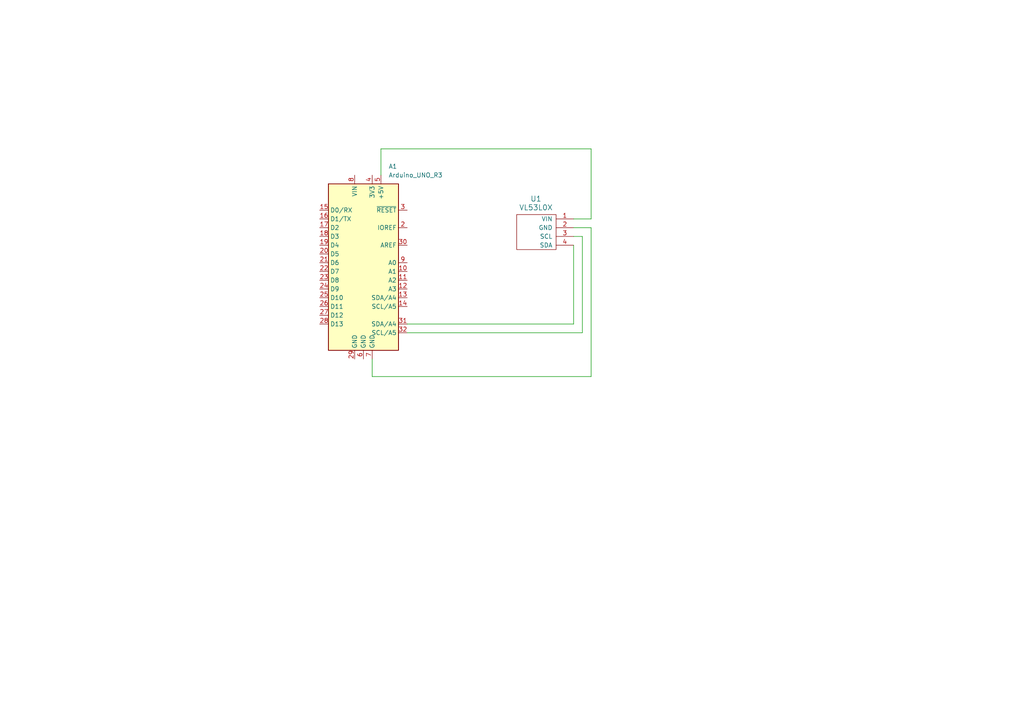
<source format=kicad_sch>
(kicad_sch
	(version 20231120)
	(generator "eeschema")
	(generator_version "8.0")
	(uuid "30205090-9cd4-4da1-b762-5d338dfffc31")
	(paper "A4")
	(lib_symbols
		(symbol "MCU_Module:Arduino_UNO_R3"
			(exclude_from_sim no)
			(in_bom yes)
			(on_board yes)
			(property "Reference" "A"
				(at -10.16 23.495 0)
				(effects
					(font
						(size 1.27 1.27)
					)
					(justify left bottom)
				)
			)
			(property "Value" "Arduino_UNO_R3"
				(at 5.08 -26.67 0)
				(effects
					(font
						(size 1.27 1.27)
					)
					(justify left top)
				)
			)
			(property "Footprint" "Module:Arduino_UNO_R3"
				(at 0 0 0)
				(effects
					(font
						(size 1.27 1.27)
						(italic yes)
					)
					(hide yes)
				)
			)
			(property "Datasheet" "https://www.arduino.cc/en/Main/arduinoBoardUno"
				(at 0 0 0)
				(effects
					(font
						(size 1.27 1.27)
					)
					(hide yes)
				)
			)
			(property "Description" "Arduino UNO Microcontroller Module, release 3"
				(at 0 0 0)
				(effects
					(font
						(size 1.27 1.27)
					)
					(hide yes)
				)
			)
			(property "ki_keywords" "Arduino UNO R3 Microcontroller Module Atmel AVR USB"
				(at 0 0 0)
				(effects
					(font
						(size 1.27 1.27)
					)
					(hide yes)
				)
			)
			(property "ki_fp_filters" "Arduino*UNO*R3*"
				(at 0 0 0)
				(effects
					(font
						(size 1.27 1.27)
					)
					(hide yes)
				)
			)
			(symbol "Arduino_UNO_R3_0_1"
				(rectangle
					(start -10.16 22.86)
					(end 10.16 -25.4)
					(stroke
						(width 0.254)
						(type default)
					)
					(fill
						(type background)
					)
				)
			)
			(symbol "Arduino_UNO_R3_1_1"
				(pin no_connect line
					(at -10.16 -20.32 0)
					(length 2.54) hide
					(name "NC"
						(effects
							(font
								(size 1.27 1.27)
							)
						)
					)
					(number "1"
						(effects
							(font
								(size 1.27 1.27)
							)
						)
					)
				)
				(pin bidirectional line
					(at 12.7 -2.54 180)
					(length 2.54)
					(name "A1"
						(effects
							(font
								(size 1.27 1.27)
							)
						)
					)
					(number "10"
						(effects
							(font
								(size 1.27 1.27)
							)
						)
					)
				)
				(pin bidirectional line
					(at 12.7 -5.08 180)
					(length 2.54)
					(name "A2"
						(effects
							(font
								(size 1.27 1.27)
							)
						)
					)
					(number "11"
						(effects
							(font
								(size 1.27 1.27)
							)
						)
					)
				)
				(pin bidirectional line
					(at 12.7 -7.62 180)
					(length 2.54)
					(name "A3"
						(effects
							(font
								(size 1.27 1.27)
							)
						)
					)
					(number "12"
						(effects
							(font
								(size 1.27 1.27)
							)
						)
					)
				)
				(pin bidirectional line
					(at 12.7 -10.16 180)
					(length 2.54)
					(name "SDA/A4"
						(effects
							(font
								(size 1.27 1.27)
							)
						)
					)
					(number "13"
						(effects
							(font
								(size 1.27 1.27)
							)
						)
					)
				)
				(pin bidirectional line
					(at 12.7 -12.7 180)
					(length 2.54)
					(name "SCL/A5"
						(effects
							(font
								(size 1.27 1.27)
							)
						)
					)
					(number "14"
						(effects
							(font
								(size 1.27 1.27)
							)
						)
					)
				)
				(pin bidirectional line
					(at -12.7 15.24 0)
					(length 2.54)
					(name "D0/RX"
						(effects
							(font
								(size 1.27 1.27)
							)
						)
					)
					(number "15"
						(effects
							(font
								(size 1.27 1.27)
							)
						)
					)
				)
				(pin bidirectional line
					(at -12.7 12.7 0)
					(length 2.54)
					(name "D1/TX"
						(effects
							(font
								(size 1.27 1.27)
							)
						)
					)
					(number "16"
						(effects
							(font
								(size 1.27 1.27)
							)
						)
					)
				)
				(pin bidirectional line
					(at -12.7 10.16 0)
					(length 2.54)
					(name "D2"
						(effects
							(font
								(size 1.27 1.27)
							)
						)
					)
					(number "17"
						(effects
							(font
								(size 1.27 1.27)
							)
						)
					)
				)
				(pin bidirectional line
					(at -12.7 7.62 0)
					(length 2.54)
					(name "D3"
						(effects
							(font
								(size 1.27 1.27)
							)
						)
					)
					(number "18"
						(effects
							(font
								(size 1.27 1.27)
							)
						)
					)
				)
				(pin bidirectional line
					(at -12.7 5.08 0)
					(length 2.54)
					(name "D4"
						(effects
							(font
								(size 1.27 1.27)
							)
						)
					)
					(number "19"
						(effects
							(font
								(size 1.27 1.27)
							)
						)
					)
				)
				(pin output line
					(at 12.7 10.16 180)
					(length 2.54)
					(name "IOREF"
						(effects
							(font
								(size 1.27 1.27)
							)
						)
					)
					(number "2"
						(effects
							(font
								(size 1.27 1.27)
							)
						)
					)
				)
				(pin bidirectional line
					(at -12.7 2.54 0)
					(length 2.54)
					(name "D5"
						(effects
							(font
								(size 1.27 1.27)
							)
						)
					)
					(number "20"
						(effects
							(font
								(size 1.27 1.27)
							)
						)
					)
				)
				(pin bidirectional line
					(at -12.7 0 0)
					(length 2.54)
					(name "D6"
						(effects
							(font
								(size 1.27 1.27)
							)
						)
					)
					(number "21"
						(effects
							(font
								(size 1.27 1.27)
							)
						)
					)
				)
				(pin bidirectional line
					(at -12.7 -2.54 0)
					(length 2.54)
					(name "D7"
						(effects
							(font
								(size 1.27 1.27)
							)
						)
					)
					(number "22"
						(effects
							(font
								(size 1.27 1.27)
							)
						)
					)
				)
				(pin bidirectional line
					(at -12.7 -5.08 0)
					(length 2.54)
					(name "D8"
						(effects
							(font
								(size 1.27 1.27)
							)
						)
					)
					(number "23"
						(effects
							(font
								(size 1.27 1.27)
							)
						)
					)
				)
				(pin bidirectional line
					(at -12.7 -7.62 0)
					(length 2.54)
					(name "D9"
						(effects
							(font
								(size 1.27 1.27)
							)
						)
					)
					(number "24"
						(effects
							(font
								(size 1.27 1.27)
							)
						)
					)
				)
				(pin bidirectional line
					(at -12.7 -10.16 0)
					(length 2.54)
					(name "D10"
						(effects
							(font
								(size 1.27 1.27)
							)
						)
					)
					(number "25"
						(effects
							(font
								(size 1.27 1.27)
							)
						)
					)
				)
				(pin bidirectional line
					(at -12.7 -12.7 0)
					(length 2.54)
					(name "D11"
						(effects
							(font
								(size 1.27 1.27)
							)
						)
					)
					(number "26"
						(effects
							(font
								(size 1.27 1.27)
							)
						)
					)
				)
				(pin bidirectional line
					(at -12.7 -15.24 0)
					(length 2.54)
					(name "D12"
						(effects
							(font
								(size 1.27 1.27)
							)
						)
					)
					(number "27"
						(effects
							(font
								(size 1.27 1.27)
							)
						)
					)
				)
				(pin bidirectional line
					(at -12.7 -17.78 0)
					(length 2.54)
					(name "D13"
						(effects
							(font
								(size 1.27 1.27)
							)
						)
					)
					(number "28"
						(effects
							(font
								(size 1.27 1.27)
							)
						)
					)
				)
				(pin power_in line
					(at -2.54 -27.94 90)
					(length 2.54)
					(name "GND"
						(effects
							(font
								(size 1.27 1.27)
							)
						)
					)
					(number "29"
						(effects
							(font
								(size 1.27 1.27)
							)
						)
					)
				)
				(pin input line
					(at 12.7 15.24 180)
					(length 2.54)
					(name "~{RESET}"
						(effects
							(font
								(size 1.27 1.27)
							)
						)
					)
					(number "3"
						(effects
							(font
								(size 1.27 1.27)
							)
						)
					)
				)
				(pin input line
					(at 12.7 5.08 180)
					(length 2.54)
					(name "AREF"
						(effects
							(font
								(size 1.27 1.27)
							)
						)
					)
					(number "30"
						(effects
							(font
								(size 1.27 1.27)
							)
						)
					)
				)
				(pin bidirectional line
					(at 12.7 -17.78 180)
					(length 2.54)
					(name "SDA/A4"
						(effects
							(font
								(size 1.27 1.27)
							)
						)
					)
					(number "31"
						(effects
							(font
								(size 1.27 1.27)
							)
						)
					)
				)
				(pin bidirectional line
					(at 12.7 -20.32 180)
					(length 2.54)
					(name "SCL/A5"
						(effects
							(font
								(size 1.27 1.27)
							)
						)
					)
					(number "32"
						(effects
							(font
								(size 1.27 1.27)
							)
						)
					)
				)
				(pin power_out line
					(at 2.54 25.4 270)
					(length 2.54)
					(name "3V3"
						(effects
							(font
								(size 1.27 1.27)
							)
						)
					)
					(number "4"
						(effects
							(font
								(size 1.27 1.27)
							)
						)
					)
				)
				(pin power_out line
					(at 5.08 25.4 270)
					(length 2.54)
					(name "+5V"
						(effects
							(font
								(size 1.27 1.27)
							)
						)
					)
					(number "5"
						(effects
							(font
								(size 1.27 1.27)
							)
						)
					)
				)
				(pin power_in line
					(at 0 -27.94 90)
					(length 2.54)
					(name "GND"
						(effects
							(font
								(size 1.27 1.27)
							)
						)
					)
					(number "6"
						(effects
							(font
								(size 1.27 1.27)
							)
						)
					)
				)
				(pin power_in line
					(at 2.54 -27.94 90)
					(length 2.54)
					(name "GND"
						(effects
							(font
								(size 1.27 1.27)
							)
						)
					)
					(number "7"
						(effects
							(font
								(size 1.27 1.27)
							)
						)
					)
				)
				(pin power_in line
					(at -2.54 25.4 270)
					(length 2.54)
					(name "VIN"
						(effects
							(font
								(size 1.27 1.27)
							)
						)
					)
					(number "8"
						(effects
							(font
								(size 1.27 1.27)
							)
						)
					)
				)
				(pin bidirectional line
					(at 12.7 0 180)
					(length 2.54)
					(name "A0"
						(effects
							(font
								(size 1.27 1.27)
							)
						)
					)
					(number "9"
						(effects
							(font
								(size 1.27 1.27)
							)
						)
					)
				)
			)
		)
		(symbol "_sensors:VL53L0X"
			(pin_names
				(offset 1.016)
			)
			(exclude_from_sim no)
			(in_bom yes)
			(on_board yes)
			(property "Reference" "U1"
				(at 4.318 13.462 0)
				(effects
					(font
						(size 1.524 1.524)
					)
				)
			)
			(property "Value" "VL53L0X"
				(at 4.318 10.922 0)
				(effects
					(font
						(size 1.524 1.524)
					)
				)
			)
			(property "Footprint" ""
				(at 1.27 -1.27 0)
				(effects
					(font
						(size 1.524 1.524)
					)
				)
			)
			(property "Datasheet" ""
				(at 1.27 -1.27 0)
				(effects
					(font
						(size 1.524 1.524)
					)
				)
			)
			(property "Description" ""
				(at 0 0 0)
				(effects
					(font
						(size 1.27 1.27)
					)
					(hide yes)
				)
			)
			(symbol "VL53L0X_0_1"
				(rectangle
					(start -1.27 8.89)
					(end 10.16 -1.27)
					(stroke
						(width 0)
						(type solid)
					)
					(fill
						(type none)
					)
				)
			)
			(symbol "VL53L0X_1_1"
				(pin input line
					(at 15.24 7.62 180)
					(length 5.08)
					(name "VIN"
						(effects
							(font
								(size 1.27 1.27)
							)
						)
					)
					(number "1"
						(effects
							(font
								(size 1.27 1.27)
							)
						)
					)
				)
				(pin input line
					(at 15.24 5.08 180)
					(length 5.08)
					(name "GND"
						(effects
							(font
								(size 1.27 1.27)
							)
						)
					)
					(number "2"
						(effects
							(font
								(size 1.27 1.27)
							)
						)
					)
				)
				(pin input line
					(at 15.24 2.54 180)
					(length 5.08)
					(name "SCL"
						(effects
							(font
								(size 1.27 1.27)
							)
						)
					)
					(number "3"
						(effects
							(font
								(size 1.27 1.27)
							)
						)
					)
				)
				(pin input line
					(at 15.24 0 180)
					(length 5.08)
					(name "SDA"
						(effects
							(font
								(size 1.27 1.27)
							)
						)
					)
					(number "4"
						(effects
							(font
								(size 1.27 1.27)
							)
						)
					)
				)
			)
		)
	)
	(wire
		(pts
			(xy 171.45 43.18) (xy 110.49 43.18)
		)
		(stroke
			(width 0)
			(type default)
		)
		(uuid "145d70a6-500d-4264-9a41-92328f97ec1f")
	)
	(wire
		(pts
			(xy 166.37 93.98) (xy 118.11 93.98)
		)
		(stroke
			(width 0)
			(type default)
		)
		(uuid "20f760f3-f71f-4402-b2f9-403e3fccd129")
	)
	(wire
		(pts
			(xy 171.45 63.5) (xy 171.45 43.18)
		)
		(stroke
			(width 0)
			(type default)
		)
		(uuid "271d8694-36c7-4c3c-90b9-b2bc81a490b2")
	)
	(wire
		(pts
			(xy 166.37 63.5) (xy 171.45 63.5)
		)
		(stroke
			(width 0)
			(type default)
		)
		(uuid "2ef91d77-3e22-40d0-80a6-e17ea7d9831c")
	)
	(wire
		(pts
			(xy 166.37 68.58) (xy 168.91 68.58)
		)
		(stroke
			(width 0)
			(type default)
		)
		(uuid "3b47a777-1d65-4d19-b4ac-87a9461e5b8b")
	)
	(wire
		(pts
			(xy 110.49 43.18) (xy 110.49 50.8)
		)
		(stroke
			(width 0)
			(type default)
		)
		(uuid "3f914da0-f167-4741-b6a7-43071821d816")
	)
	(wire
		(pts
			(xy 168.91 96.52) (xy 118.11 96.52)
		)
		(stroke
			(width 0)
			(type default)
		)
		(uuid "6360b0b6-ce73-4728-a7e3-630277db4f55")
	)
	(wire
		(pts
			(xy 166.37 71.12) (xy 166.37 93.98)
		)
		(stroke
			(width 0)
			(type default)
		)
		(uuid "aa18ab43-ed8b-402f-a6e2-df3622153c9f")
	)
	(wire
		(pts
			(xy 171.45 109.22) (xy 107.95 109.22)
		)
		(stroke
			(width 0)
			(type default)
		)
		(uuid "b880065b-ccbc-432b-9f23-2acc0da9ce1a")
	)
	(wire
		(pts
			(xy 171.45 66.04) (xy 171.45 109.22)
		)
		(stroke
			(width 0)
			(type default)
		)
		(uuid "c5a1eaca-cd0f-4bce-b9c4-86a4fad05245")
	)
	(wire
		(pts
			(xy 107.95 109.22) (xy 107.95 104.14)
		)
		(stroke
			(width 0)
			(type default)
		)
		(uuid "c9474f83-98fd-4558-ab5e-5cbc4a786f1c")
	)
	(wire
		(pts
			(xy 168.91 68.58) (xy 168.91 96.52)
		)
		(stroke
			(width 0)
			(type default)
		)
		(uuid "caba89fa-3d7f-4a6f-8048-fc44e9e51a46")
	)
	(wire
		(pts
			(xy 166.37 66.04) (xy 171.45 66.04)
		)
		(stroke
			(width 0)
			(type default)
		)
		(uuid "d1726dbf-bfe3-44c4-8991-e991a8222853")
	)
	(symbol
		(lib_id "_sensors:VL53L0X")
		(at 151.13 71.12 0)
		(unit 1)
		(exclude_from_sim no)
		(in_bom yes)
		(on_board yes)
		(dnp no)
		(fields_autoplaced yes)
		(uuid "93a70e26-a991-48e1-9ce3-f57bd546b3a1")
		(property "Reference" "U1"
			(at 155.448 57.658 0)
			(effects
				(font
					(size 1.524 1.524)
				)
			)
		)
		(property "Value" "VL53L0X"
			(at 155.448 60.198 0)
			(effects
				(font
					(size 1.524 1.524)
				)
			)
		)
		(property "Footprint" ""
			(at 152.4 72.39 0)
			(effects
				(font
					(size 1.524 1.524)
				)
			)
		)
		(property "Datasheet" ""
			(at 152.4 72.39 0)
			(effects
				(font
					(size 1.524 1.524)
				)
			)
		)
		(property "Description" ""
			(at 151.13 71.12 0)
			(effects
				(font
					(size 1.27 1.27)
				)
				(hide yes)
			)
		)
		(pin "2"
			(uuid "a2b8ba5c-41aa-489f-881f-767ad22ee67c")
		)
		(pin "3"
			(uuid "b3a634d1-44fd-47d5-9a45-4c8e91ff2110")
		)
		(pin "1"
			(uuid "80aaa938-6c9f-433d-be15-5ce2fe3f63a0")
		)
		(pin "4"
			(uuid "cd1da197-6509-4218-bd6f-0cc8c2ef5e58")
		)
		(instances
			(project ""
				(path "/30205090-9cd4-4da1-b762-5d338dfffc31"
					(reference "U1")
					(unit 1)
				)
			)
		)
	)
	(symbol
		(lib_id "MCU_Module:Arduino_UNO_R3")
		(at 105.41 76.2 0)
		(unit 1)
		(exclude_from_sim no)
		(in_bom yes)
		(on_board yes)
		(dnp no)
		(fields_autoplaced yes)
		(uuid "c172a285-a85a-4b87-a10e-a48743cc5604")
		(property "Reference" "A1"
			(at 112.6841 48.26 0)
			(effects
				(font
					(size 1.27 1.27)
				)
				(justify left)
			)
		)
		(property "Value" "Arduino_UNO_R3"
			(at 112.6841 50.8 0)
			(effects
				(font
					(size 1.27 1.27)
				)
				(justify left)
			)
		)
		(property "Footprint" "Module:Arduino_UNO_R3"
			(at 105.41 76.2 0)
			(effects
				(font
					(size 1.27 1.27)
					(italic yes)
				)
				(hide yes)
			)
		)
		(property "Datasheet" "https://www.arduino.cc/en/Main/arduinoBoardUno"
			(at 105.41 76.2 0)
			(effects
				(font
					(size 1.27 1.27)
				)
				(hide yes)
			)
		)
		(property "Description" "Arduino UNO Microcontroller Module, release 3"
			(at 105.41 76.2 0)
			(effects
				(font
					(size 1.27 1.27)
				)
				(hide yes)
			)
		)
		(pin "1"
			(uuid "acf2ee7e-3131-4b60-8311-f7e87545ee02")
		)
		(pin "15"
			(uuid "e6fc4f75-8a01-4301-84a4-42f3917bbe56")
		)
		(pin "24"
			(uuid "96c2f814-514b-4d56-b2eb-4e83ebecd173")
		)
		(pin "25"
			(uuid "db5978e5-3bb2-4f94-a7fa-7079a8cf2ab2")
		)
		(pin "28"
			(uuid "16db5147-2f40-447c-92d6-c591526bccf0")
		)
		(pin "29"
			(uuid "285bc5c2-3513-4c42-ad43-dcd167becaa7")
		)
		(pin "4"
			(uuid "729e1fa9-b634-4658-a8b7-403d4b242190")
		)
		(pin "9"
			(uuid "69652135-4554-4e57-8b47-8d596d6850ae")
		)
		(pin "16"
			(uuid "606ec625-8d71-42f2-9c23-23361cd8dff5")
		)
		(pin "3"
			(uuid "1e180b51-63ab-4494-8d85-2e8ed01ee40e")
		)
		(pin "22"
			(uuid "84b6cfce-df99-47ef-8bc3-05e31c202492")
		)
		(pin "10"
			(uuid "e0d3cd59-ec7f-4edd-8d6f-5ed9741d32a0")
		)
		(pin "14"
			(uuid "34baa077-9689-4ff7-bdbc-f28050d6c412")
		)
		(pin "2"
			(uuid "1ccae3cb-b840-45ed-8eee-fca4ae57e6c7")
		)
		(pin "21"
			(uuid "a3b1e248-9f7f-4e60-bd0a-952b54aaac42")
		)
		(pin "7"
			(uuid "775ebab9-8b91-4fd0-924d-1623c4440ad0")
		)
		(pin "19"
			(uuid "ea569e33-553d-4883-8ef5-77793a54a016")
		)
		(pin "30"
			(uuid "bbc383f5-2cfd-411e-8d79-68d8499622fc")
		)
		(pin "31"
			(uuid "2641838b-6651-4f12-842e-c40805931520")
		)
		(pin "20"
			(uuid "5d0ecee1-2b8f-4b37-8170-5decd3316e28")
		)
		(pin "12"
			(uuid "355c6cb8-ed5d-4803-96fa-2a2e4bfde6f6")
		)
		(pin "23"
			(uuid "9254e95f-a5cd-4ab0-985f-7ee21a66f4d8")
		)
		(pin "27"
			(uuid "a0a0d64b-4398-46c8-a8cf-47b46dc12f6f")
		)
		(pin "18"
			(uuid "4d8796ff-11b5-46d0-8c7b-59c564747afd")
		)
		(pin "32"
			(uuid "df6eb59b-b235-4c87-9dea-bd3915bc7ebe")
		)
		(pin "26"
			(uuid "edde1f79-2535-4849-bdb4-beb30ec954b3")
		)
		(pin "13"
			(uuid "365e3423-7cc6-4e04-ab72-c7f2a4a0f7b9")
		)
		(pin "8"
			(uuid "00207285-38db-43eb-9d7e-b67455f515d4")
		)
		(pin "17"
			(uuid "441a23dc-d802-4fdd-be40-724fd424748a")
		)
		(pin "11"
			(uuid "6881f034-4794-409d-ae1a-8f77df893667")
		)
		(pin "5"
			(uuid "274b4cae-d5aa-44da-a539-f23edcbd4ec7")
		)
		(pin "6"
			(uuid "3908a78c-abf0-4e61-8322-68ac0dd379bd")
		)
		(instances
			(project ""
				(path "/30205090-9cd4-4da1-b762-5d338dfffc31"
					(reference "A1")
					(unit 1)
				)
			)
		)
	)
	(sheet_instances
		(path "/"
			(page "1")
		)
	)
)

</source>
